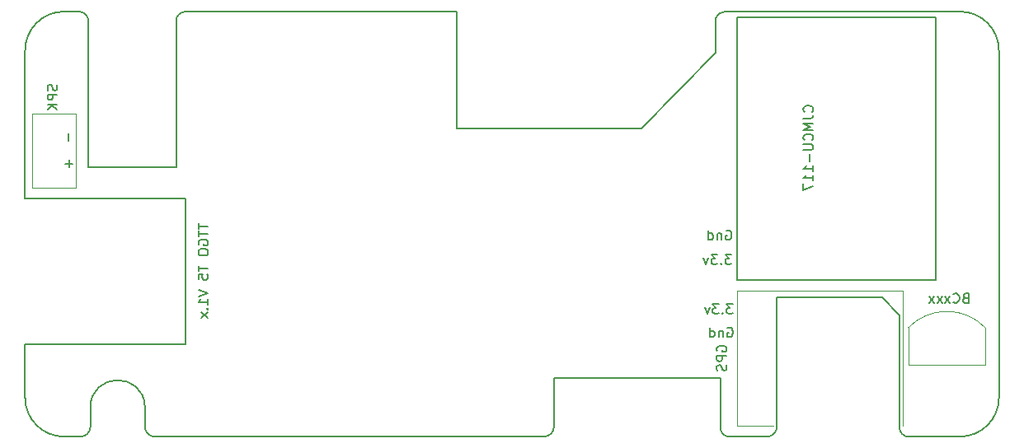
<source format=gbo>
%TF.GenerationSoftware,KiCad,Pcbnew,(5.0.0)*%
%TF.CreationDate,2019-07-13T01:50:26+02:00*%
%TF.ProjectId,Gnu vario V1.10,476E7520766172696F2056312E31302E,V 1.10*%
%TF.SameCoordinates,Original*%
%TF.FileFunction,Legend,Bot*%
%TF.FilePolarity,Positive*%
%FSLAX46Y46*%
G04 Gerber Fmt 4.6, Leading zero omitted, Abs format (unit mm)*
G04 Created by KiCad (PCBNEW (5.0.0)) date 07/13/19 01:50:26*
%MOMM*%
%LPD*%
G01*
G04 APERTURE LIST*
%ADD10C,0.150000*%
%ADD11C,0.100000*%
G04 APERTURE END LIST*
D10*
X162700000Y-95300000D02*
X173500000Y-95300000D01*
X162700000Y-108600000D02*
G75*
G02X161700000Y-109600000I-1000000J0D01*
G01*
X176200000Y-109600000D02*
G75*
G02X175300000Y-108700000I0J900000D01*
G01*
X175300000Y-97100000D02*
X175300000Y-108700000D01*
X173500000Y-95300000D02*
X175300000Y-97100000D01*
X162700000Y-95300000D02*
X162700000Y-108600000D01*
X157800000Y-109600000D02*
G75*
G02X156900000Y-108700000I0J900000D01*
G01*
X85500000Y-69900000D02*
X85500000Y-85100000D01*
X102000000Y-100100000D02*
X85500000Y-100100000D01*
X102000000Y-85100000D02*
X102000000Y-100100000D01*
X101000000Y-85100000D02*
X102000000Y-85100000D01*
X101000000Y-85100000D02*
X85500000Y-85100000D01*
X148800000Y-77900000D02*
X156400000Y-70100000D01*
X129800000Y-77900000D02*
X148800000Y-77900000D01*
X129800000Y-65900000D02*
X129800000Y-77900000D01*
X157800000Y-109600000D02*
X161700000Y-109600000D01*
X175700000Y-65900000D02*
X162400000Y-65900000D01*
X162400000Y-65900000D02*
X157400000Y-65900000D01*
X156402857Y-66600886D02*
G75*
G02X157400000Y-65900000I952331J-295115D01*
G01*
X156400000Y-66600000D02*
X156400000Y-70100000D01*
X98800000Y-109600000D02*
G75*
G02X97800000Y-108600000I0J1000000D01*
G01*
X92198215Y-108600000D02*
G75*
G02X91198215Y-109600000I-1000000J0D01*
G01*
X92198215Y-106600000D02*
G75*
G02X97800000Y-106500000I2801785J0D01*
G01*
X97800000Y-108600000D02*
X97800000Y-106500000D01*
X92200000Y-108600000D02*
X92198215Y-106600000D01*
X139800000Y-108600000D02*
G75*
G02X138800000Y-109600000I-1000000J0D01*
G01*
X101000000Y-66900000D02*
G75*
G02X102000000Y-65900000I1000000J0D01*
G01*
X91000000Y-65900000D02*
G75*
G02X92000000Y-66900000I0J-1000000D01*
G01*
X85500000Y-69900000D02*
G75*
G02X89500000Y-65900000I4000000J0D01*
G01*
X89500000Y-109600000D02*
G75*
G02X85500000Y-105600000I0J4000000D01*
G01*
X185500000Y-105600000D02*
G75*
G02X181500000Y-109600000I-4000000J0D01*
G01*
X181500000Y-65900000D02*
G75*
G02X185500000Y-69900000I0J-4000000D01*
G01*
X156900000Y-103600000D02*
X139800000Y-103600000D01*
X139800000Y-103600000D02*
X139800000Y-108600000D01*
X156900000Y-108700000D02*
X156900000Y-103600000D01*
X138800000Y-109600000D02*
X98800000Y-109600000D01*
X181500000Y-109600000D02*
X176200000Y-109600000D01*
X185500000Y-69900000D02*
X185500000Y-105600000D01*
X175700000Y-65900000D02*
X181500000Y-65900000D01*
X102000000Y-65900000D02*
X129800000Y-65900000D01*
X101000000Y-81900000D02*
X101000000Y-66900000D01*
X92000000Y-81900000D02*
X101000000Y-81900000D01*
X92000000Y-66900000D02*
X92000000Y-81900000D01*
X89500000Y-65900000D02*
X91000000Y-65900000D01*
X85500000Y-105600000D02*
X85500000Y-100100000D01*
X91200000Y-109600000D02*
X89500000Y-109600000D01*
X158600000Y-93500000D02*
X158600000Y-66500000D01*
X179000000Y-93500000D02*
X158600000Y-93500000D01*
X158600000Y-66500000D02*
X179000000Y-66500000D01*
X179000000Y-66500000D02*
X179000000Y-93500000D01*
D11*
X158600000Y-94620000D02*
X175600000Y-94620000D01*
X175600000Y-94620000D02*
X175600000Y-108520000D01*
X162300000Y-108520000D02*
X158600000Y-108520000D01*
X158600000Y-108520000D02*
X158600000Y-94620000D01*
X90740000Y-84040000D02*
X86230000Y-84040000D01*
X86230000Y-84040000D02*
X86230000Y-76420000D01*
X86230000Y-76420000D02*
X90740000Y-76420000D01*
X90740000Y-76420000D02*
X90740000Y-84040000D01*
X176201170Y-98398786D02*
G75*
G02X184099999Y-98400001I3948830J-3801214D01*
G01*
X184100000Y-102200000D02*
X176200000Y-102200000D01*
X184100000Y-98400000D02*
X184100000Y-102200000D01*
X176200000Y-98400000D02*
X176200000Y-102200000D01*
D10*
X166327142Y-76195714D02*
X166374761Y-76148095D01*
X166422380Y-76005238D01*
X166422380Y-75910000D01*
X166374761Y-75767142D01*
X166279523Y-75671904D01*
X166184285Y-75624285D01*
X165993809Y-75576666D01*
X165850952Y-75576666D01*
X165660476Y-75624285D01*
X165565238Y-75671904D01*
X165470000Y-75767142D01*
X165422380Y-75910000D01*
X165422380Y-76005238D01*
X165470000Y-76148095D01*
X165517619Y-76195714D01*
X165422380Y-76910000D02*
X166136666Y-76910000D01*
X166279523Y-76862380D01*
X166374761Y-76767142D01*
X166422380Y-76624285D01*
X166422380Y-76529047D01*
X166422380Y-77386190D02*
X165422380Y-77386190D01*
X166136666Y-77719523D01*
X165422380Y-78052857D01*
X166422380Y-78052857D01*
X166327142Y-79100476D02*
X166374761Y-79052857D01*
X166422380Y-78910000D01*
X166422380Y-78814761D01*
X166374761Y-78671904D01*
X166279523Y-78576666D01*
X166184285Y-78529047D01*
X165993809Y-78481428D01*
X165850952Y-78481428D01*
X165660476Y-78529047D01*
X165565238Y-78576666D01*
X165470000Y-78671904D01*
X165422380Y-78814761D01*
X165422380Y-78910000D01*
X165470000Y-79052857D01*
X165517619Y-79100476D01*
X165422380Y-79529047D02*
X166231904Y-79529047D01*
X166327142Y-79576666D01*
X166374761Y-79624285D01*
X166422380Y-79719523D01*
X166422380Y-79910000D01*
X166374761Y-80005238D01*
X166327142Y-80052857D01*
X166231904Y-80100476D01*
X165422380Y-80100476D01*
X166041428Y-80576666D02*
X166041428Y-81338571D01*
X166422380Y-82338571D02*
X166422380Y-81767142D01*
X166422380Y-82052857D02*
X165422380Y-82052857D01*
X165565238Y-81957619D01*
X165660476Y-81862380D01*
X165708095Y-81767142D01*
X166422380Y-83290952D02*
X166422380Y-82719523D01*
X166422380Y-83005238D02*
X165422380Y-83005238D01*
X165565238Y-82910000D01*
X165660476Y-82814761D01*
X165708095Y-82719523D01*
X165422380Y-83624285D02*
X165422380Y-84290952D01*
X166422380Y-83862380D01*
X158018571Y-90892380D02*
X157399523Y-90892380D01*
X157732857Y-91273333D01*
X157590000Y-91273333D01*
X157494761Y-91320952D01*
X157447142Y-91368571D01*
X157399523Y-91463809D01*
X157399523Y-91701904D01*
X157447142Y-91797142D01*
X157494761Y-91844761D01*
X157590000Y-91892380D01*
X157875714Y-91892380D01*
X157970952Y-91844761D01*
X158018571Y-91797142D01*
X156970952Y-91797142D02*
X156923333Y-91844761D01*
X156970952Y-91892380D01*
X157018571Y-91844761D01*
X156970952Y-91797142D01*
X156970952Y-91892380D01*
X156590000Y-90892380D02*
X155970952Y-90892380D01*
X156304285Y-91273333D01*
X156161428Y-91273333D01*
X156066190Y-91320952D01*
X156018571Y-91368571D01*
X155970952Y-91463809D01*
X155970952Y-91701904D01*
X156018571Y-91797142D01*
X156066190Y-91844761D01*
X156161428Y-91892380D01*
X156447142Y-91892380D01*
X156542380Y-91844761D01*
X156590000Y-91797142D01*
X155637619Y-91225714D02*
X155399523Y-91892380D01*
X155161428Y-91225714D01*
X157472857Y-88430000D02*
X157568095Y-88382380D01*
X157710952Y-88382380D01*
X157853809Y-88430000D01*
X157949047Y-88525238D01*
X157996666Y-88620476D01*
X158044285Y-88810952D01*
X158044285Y-88953809D01*
X157996666Y-89144285D01*
X157949047Y-89239523D01*
X157853809Y-89334761D01*
X157710952Y-89382380D01*
X157615714Y-89382380D01*
X157472857Y-89334761D01*
X157425238Y-89287142D01*
X157425238Y-88953809D01*
X157615714Y-88953809D01*
X156996666Y-88715714D02*
X156996666Y-89382380D01*
X156996666Y-88810952D02*
X156949047Y-88763333D01*
X156853809Y-88715714D01*
X156710952Y-88715714D01*
X156615714Y-88763333D01*
X156568095Y-88858571D01*
X156568095Y-89382380D01*
X155663333Y-89382380D02*
X155663333Y-88382380D01*
X155663333Y-89334761D02*
X155758571Y-89382380D01*
X155949047Y-89382380D01*
X156044285Y-89334761D01*
X156091904Y-89287142D01*
X156139523Y-89191904D01*
X156139523Y-88906190D01*
X156091904Y-88810952D01*
X156044285Y-88763333D01*
X155949047Y-88715714D01*
X155758571Y-88715714D01*
X155663333Y-88763333D01*
X156580000Y-100805714D02*
X156532380Y-100710476D01*
X156532380Y-100567619D01*
X156580000Y-100424761D01*
X156675238Y-100329523D01*
X156770476Y-100281904D01*
X156960952Y-100234285D01*
X157103809Y-100234285D01*
X157294285Y-100281904D01*
X157389523Y-100329523D01*
X157484761Y-100424761D01*
X157532380Y-100567619D01*
X157532380Y-100662857D01*
X157484761Y-100805714D01*
X157437142Y-100853333D01*
X157103809Y-100853333D01*
X157103809Y-100662857D01*
X157532380Y-101281904D02*
X156532380Y-101281904D01*
X156532380Y-101662857D01*
X156580000Y-101758095D01*
X156627619Y-101805714D01*
X156722857Y-101853333D01*
X156865714Y-101853333D01*
X156960952Y-101805714D01*
X157008571Y-101758095D01*
X157056190Y-101662857D01*
X157056190Y-101281904D01*
X157484761Y-102234285D02*
X157532380Y-102377142D01*
X157532380Y-102615238D01*
X157484761Y-102710476D01*
X157437142Y-102758095D01*
X157341904Y-102805714D01*
X157246666Y-102805714D01*
X157151428Y-102758095D01*
X157103809Y-102710476D01*
X157056190Y-102615238D01*
X157008571Y-102424761D01*
X156960952Y-102329523D01*
X156913333Y-102281904D01*
X156818095Y-102234285D01*
X156722857Y-102234285D01*
X156627619Y-102281904D01*
X156580000Y-102329523D01*
X156532380Y-102424761D01*
X156532380Y-102662857D01*
X156580000Y-102805714D01*
X158158571Y-95962380D02*
X157539523Y-95962380D01*
X157872857Y-96343333D01*
X157730000Y-96343333D01*
X157634761Y-96390952D01*
X157587142Y-96438571D01*
X157539523Y-96533809D01*
X157539523Y-96771904D01*
X157587142Y-96867142D01*
X157634761Y-96914761D01*
X157730000Y-96962380D01*
X158015714Y-96962380D01*
X158110952Y-96914761D01*
X158158571Y-96867142D01*
X157110952Y-96867142D02*
X157063333Y-96914761D01*
X157110952Y-96962380D01*
X157158571Y-96914761D01*
X157110952Y-96867142D01*
X157110952Y-96962380D01*
X156730000Y-95962380D02*
X156110952Y-95962380D01*
X156444285Y-96343333D01*
X156301428Y-96343333D01*
X156206190Y-96390952D01*
X156158571Y-96438571D01*
X156110952Y-96533809D01*
X156110952Y-96771904D01*
X156158571Y-96867142D01*
X156206190Y-96914761D01*
X156301428Y-96962380D01*
X156587142Y-96962380D01*
X156682380Y-96914761D01*
X156730000Y-96867142D01*
X155777619Y-96295714D02*
X155539523Y-96962380D01*
X155301428Y-96295714D01*
X157622857Y-98430000D02*
X157718095Y-98382380D01*
X157860952Y-98382380D01*
X158003809Y-98430000D01*
X158099047Y-98525238D01*
X158146666Y-98620476D01*
X158194285Y-98810952D01*
X158194285Y-98953809D01*
X158146666Y-99144285D01*
X158099047Y-99239523D01*
X158003809Y-99334761D01*
X157860952Y-99382380D01*
X157765714Y-99382380D01*
X157622857Y-99334761D01*
X157575238Y-99287142D01*
X157575238Y-98953809D01*
X157765714Y-98953809D01*
X157146666Y-98715714D02*
X157146666Y-99382380D01*
X157146666Y-98810952D02*
X157099047Y-98763333D01*
X157003809Y-98715714D01*
X156860952Y-98715714D01*
X156765714Y-98763333D01*
X156718095Y-98858571D01*
X156718095Y-99382380D01*
X155813333Y-99382380D02*
X155813333Y-98382380D01*
X155813333Y-99334761D02*
X155908571Y-99382380D01*
X156099047Y-99382380D01*
X156194285Y-99334761D01*
X156241904Y-99287142D01*
X156289523Y-99191904D01*
X156289523Y-98906190D01*
X156241904Y-98810952D01*
X156194285Y-98763333D01*
X156099047Y-98715714D01*
X155908571Y-98715714D01*
X155813333Y-98763333D01*
X88754761Y-73424285D02*
X88802380Y-73567142D01*
X88802380Y-73805238D01*
X88754761Y-73900476D01*
X88707142Y-73948095D01*
X88611904Y-73995714D01*
X88516666Y-73995714D01*
X88421428Y-73948095D01*
X88373809Y-73900476D01*
X88326190Y-73805238D01*
X88278571Y-73614761D01*
X88230952Y-73519523D01*
X88183333Y-73471904D01*
X88088095Y-73424285D01*
X87992857Y-73424285D01*
X87897619Y-73471904D01*
X87850000Y-73519523D01*
X87802380Y-73614761D01*
X87802380Y-73852857D01*
X87850000Y-73995714D01*
X88802380Y-74424285D02*
X87802380Y-74424285D01*
X87802380Y-74805238D01*
X87850000Y-74900476D01*
X87897619Y-74948095D01*
X87992857Y-74995714D01*
X88135714Y-74995714D01*
X88230952Y-74948095D01*
X88278571Y-74900476D01*
X88326190Y-74805238D01*
X88326190Y-74424285D01*
X88802380Y-75424285D02*
X87802380Y-75424285D01*
X88802380Y-75995714D02*
X88230952Y-75567142D01*
X87802380Y-75995714D02*
X88373809Y-75424285D01*
X90021428Y-81159047D02*
X90021428Y-81920952D01*
X90402380Y-81540000D02*
X89640476Y-81540000D01*
X89921428Y-78409047D02*
X89921428Y-79170952D01*
X103286926Y-87697389D02*
X103286926Y-88268817D01*
X104286926Y-87983103D02*
X103286926Y-87983103D01*
X103286926Y-88459293D02*
X103286926Y-89030722D01*
X104286926Y-88745008D02*
X103286926Y-88745008D01*
X103334546Y-89887865D02*
X103286926Y-89792627D01*
X103286926Y-89649770D01*
X103334546Y-89506912D01*
X103429784Y-89411674D01*
X103525022Y-89364055D01*
X103715498Y-89316436D01*
X103858355Y-89316436D01*
X104048831Y-89364055D01*
X104144069Y-89411674D01*
X104239307Y-89506912D01*
X104286926Y-89649770D01*
X104286926Y-89745008D01*
X104239307Y-89887865D01*
X104191688Y-89935484D01*
X103858355Y-89935484D01*
X103858355Y-89745008D01*
X103286926Y-90554532D02*
X103286926Y-90745008D01*
X103334546Y-90840246D01*
X103429784Y-90935484D01*
X103620260Y-90983103D01*
X103953593Y-90983103D01*
X104144069Y-90935484D01*
X104239307Y-90840246D01*
X104286926Y-90745008D01*
X104286926Y-90554532D01*
X104239307Y-90459293D01*
X104144069Y-90364055D01*
X103953593Y-90316436D01*
X103620260Y-90316436D01*
X103429784Y-90364055D01*
X103334546Y-90459293D01*
X103286926Y-90554532D01*
X103286926Y-92030722D02*
X103286926Y-92602151D01*
X104286926Y-92316436D02*
X103286926Y-92316436D01*
X103286926Y-93411674D02*
X103286926Y-92935484D01*
X103763117Y-92887865D01*
X103715498Y-92935484D01*
X103667879Y-93030722D01*
X103667879Y-93268817D01*
X103715498Y-93364055D01*
X103763117Y-93411674D01*
X103858355Y-93459293D01*
X104096450Y-93459293D01*
X104191688Y-93411674D01*
X104239307Y-93364055D01*
X104286926Y-93268817D01*
X104286926Y-93030722D01*
X104239307Y-92935484D01*
X104191688Y-92887865D01*
X103286926Y-94506912D02*
X104286926Y-94840246D01*
X103286926Y-95173579D01*
X104286926Y-96030722D02*
X104286926Y-95459293D01*
X104286926Y-95745008D02*
X103286926Y-95745008D01*
X103429784Y-95649770D01*
X103525022Y-95554532D01*
X103572641Y-95459293D01*
X104191688Y-96459293D02*
X104239307Y-96506912D01*
X104286926Y-96459293D01*
X104239307Y-96411674D01*
X104191688Y-96459293D01*
X104286926Y-96459293D01*
X104286926Y-96840246D02*
X103620260Y-97364055D01*
X103620260Y-96840246D02*
X104286926Y-97364055D01*
X182052857Y-95338571D02*
X181910000Y-95386190D01*
X181862380Y-95433809D01*
X181814761Y-95529047D01*
X181814761Y-95671904D01*
X181862380Y-95767142D01*
X181910000Y-95814761D01*
X182005238Y-95862380D01*
X182386190Y-95862380D01*
X182386190Y-94862380D01*
X182052857Y-94862380D01*
X181957619Y-94910000D01*
X181910000Y-94957619D01*
X181862380Y-95052857D01*
X181862380Y-95148095D01*
X181910000Y-95243333D01*
X181957619Y-95290952D01*
X182052857Y-95338571D01*
X182386190Y-95338571D01*
X180814761Y-95767142D02*
X180862380Y-95814761D01*
X181005238Y-95862380D01*
X181100476Y-95862380D01*
X181243333Y-95814761D01*
X181338571Y-95719523D01*
X181386190Y-95624285D01*
X181433809Y-95433809D01*
X181433809Y-95290952D01*
X181386190Y-95100476D01*
X181338571Y-95005238D01*
X181243333Y-94910000D01*
X181100476Y-94862380D01*
X181005238Y-94862380D01*
X180862380Y-94910000D01*
X180814761Y-94957619D01*
X180481428Y-95862380D02*
X179957619Y-95195714D01*
X180481428Y-95195714D02*
X179957619Y-95862380D01*
X179671904Y-95862380D02*
X179148095Y-95195714D01*
X179671904Y-95195714D02*
X179148095Y-95862380D01*
X178862380Y-95862380D02*
X178338571Y-95195714D01*
X178862380Y-95195714D02*
X178338571Y-95862380D01*
M02*

</source>
